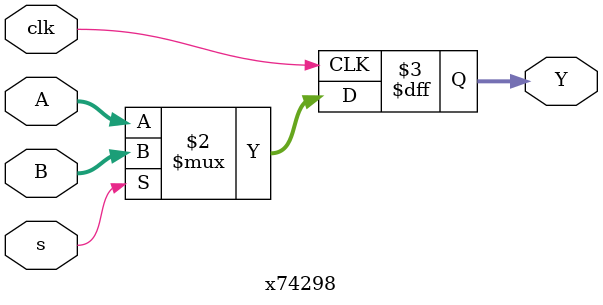
<source format=v>

module x74298(
  input clk,
  input [3:0] A,
  input [3:0] B,
  input s,
  output reg [3:0] Y
);

always @(negedge clk)
  Y <= s ? B : A;

endmodule

</source>
